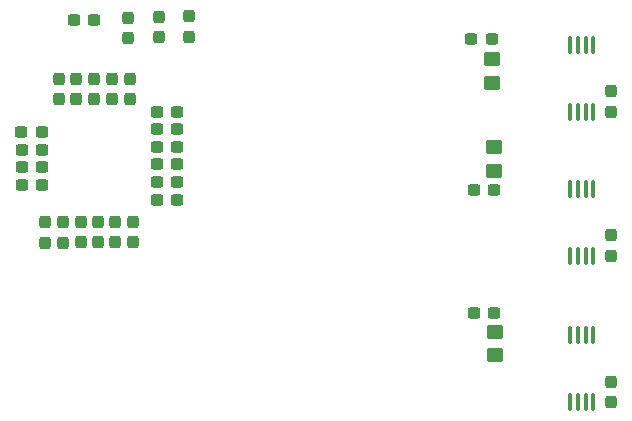
<source format=gbp>
G04 #@! TF.GenerationSoftware,KiCad,Pcbnew,9.0.3*
G04 #@! TF.CreationDate,2025-08-13T17:47:10+01:00*
G04 #@! TF.ProjectId,Pico-BLDC-Controller,5069636f-2d42-44c4-9443-2d436f6e7472,rev?*
G04 #@! TF.SameCoordinates,Original*
G04 #@! TF.FileFunction,Paste,Bot*
G04 #@! TF.FilePolarity,Positive*
%FSLAX46Y46*%
G04 Gerber Fmt 4.6, Leading zero omitted, Abs format (unit mm)*
G04 Created by KiCad (PCBNEW 9.0.3) date 2025-08-13 17:47:10*
%MOMM*%
%LPD*%
G01*
G04 APERTURE LIST*
G04 Aperture macros list*
%AMRoundRect*
0 Rectangle with rounded corners*
0 $1 Rounding radius*
0 $2 $3 $4 $5 $6 $7 $8 $9 X,Y pos of 4 corners*
0 Add a 4 corners polygon primitive as box body*
4,1,4,$2,$3,$4,$5,$6,$7,$8,$9,$2,$3,0*
0 Add four circle primitives for the rounded corners*
1,1,$1+$1,$2,$3*
1,1,$1+$1,$4,$5*
1,1,$1+$1,$6,$7*
1,1,$1+$1,$8,$9*
0 Add four rect primitives between the rounded corners*
20,1,$1+$1,$2,$3,$4,$5,0*
20,1,$1+$1,$4,$5,$6,$7,0*
20,1,$1+$1,$6,$7,$8,$9,0*
20,1,$1+$1,$8,$9,$2,$3,0*%
G04 Aperture macros list end*
%ADD10RoundRect,0.237500X-0.237500X0.300000X-0.237500X-0.300000X0.237500X-0.300000X0.237500X0.300000X0*%
%ADD11RoundRect,0.237500X0.300000X0.237500X-0.300000X0.237500X-0.300000X-0.237500X0.300000X-0.237500X0*%
%ADD12RoundRect,0.237500X0.237500X-0.300000X0.237500X0.300000X-0.237500X0.300000X-0.237500X-0.300000X0*%
%ADD13RoundRect,0.237500X-0.300000X-0.237500X0.300000X-0.237500X0.300000X0.237500X-0.300000X0.237500X0*%
%ADD14RoundRect,0.100000X-0.100000X0.637500X-0.100000X-0.637500X0.100000X-0.637500X0.100000X0.637500X0*%
%ADD15RoundRect,0.250000X0.450000X-0.350000X0.450000X0.350000X-0.450000X0.350000X-0.450000X-0.350000X0*%
%ADD16RoundRect,0.250000X-0.450000X0.350000X-0.450000X-0.350000X0.450000X-0.350000X0.450000X0.350000X0*%
G04 APERTURE END LIST*
D10*
X152000000Y-65205813D03*
X152000000Y-66930813D03*
X150525000Y-65205813D03*
X150525000Y-66930813D03*
D11*
X145775000Y-62075000D03*
X144050000Y-62075000D03*
D12*
X193980000Y-68062500D03*
X193980000Y-66337500D03*
X151700000Y-54800000D03*
X151700000Y-53075000D03*
D13*
X155527500Y-58815000D03*
X157252500Y-58815000D03*
D10*
X158200000Y-47800000D03*
X158200000Y-49525000D03*
D11*
X183862500Y-49700000D03*
X182137500Y-49700000D03*
D12*
X147195000Y-54802500D03*
X147195000Y-53077500D03*
X194000000Y-80462501D03*
X194000000Y-78737499D03*
D11*
X145765000Y-57565000D03*
X144040000Y-57565000D03*
D13*
X155527500Y-63325000D03*
X157252500Y-63325000D03*
D10*
X155700000Y-47837500D03*
X155700000Y-49562500D03*
D12*
X148697500Y-54800000D03*
X148697500Y-53075000D03*
X150200000Y-54800000D03*
X150200000Y-53075000D03*
D13*
X155525000Y-61825000D03*
X157250000Y-61825000D03*
D10*
X153500000Y-65187500D03*
X153500000Y-66912500D03*
D12*
X153207500Y-54802500D03*
X153207500Y-53077500D03*
D13*
X155522500Y-55895000D03*
X157247500Y-55895000D03*
D11*
X145775000Y-60575000D03*
X144050000Y-60575000D03*
D14*
X190500000Y-50200000D03*
X191150000Y-50200000D03*
X191800000Y-50200000D03*
X192450000Y-50200000D03*
X192450000Y-55925000D03*
X191800000Y-55925000D03*
X191150000Y-55925000D03*
X190500000Y-55925000D03*
D15*
X183900000Y-53400000D03*
X183900000Y-51400000D03*
X184100000Y-76500000D03*
X184100000Y-74500000D03*
D11*
X145775000Y-59075000D03*
X144050000Y-59075000D03*
D10*
X146050000Y-65218313D03*
X146050000Y-66943313D03*
X149050000Y-65205813D03*
X149050000Y-66930813D03*
D13*
X155525000Y-60325000D03*
X157250000Y-60325000D03*
X155522500Y-57355000D03*
X157247500Y-57355000D03*
D10*
X147550000Y-65218313D03*
X147550000Y-66943313D03*
D12*
X194000000Y-55862501D03*
X194000000Y-54137499D03*
D11*
X184062500Y-72900000D03*
X182337500Y-72900000D03*
D16*
X184030000Y-58862500D03*
X184030000Y-60862500D03*
D13*
X148487500Y-48137500D03*
X150212500Y-48137500D03*
D14*
X190525000Y-62387500D03*
X191175000Y-62387500D03*
X191825000Y-62387500D03*
X192475000Y-62387500D03*
X192475000Y-68112500D03*
X191825000Y-68112500D03*
X191175000Y-68112500D03*
X190525000Y-68112500D03*
D10*
X153100000Y-47900000D03*
X153100000Y-49625000D03*
D11*
X184062500Y-62500000D03*
X182337500Y-62500000D03*
D14*
X190525000Y-74737500D03*
X191175000Y-74737500D03*
X191825000Y-74737500D03*
X192475000Y-74737500D03*
X192475000Y-80462500D03*
X191825000Y-80462500D03*
X191175000Y-80462500D03*
X190525000Y-80462500D03*
M02*

</source>
